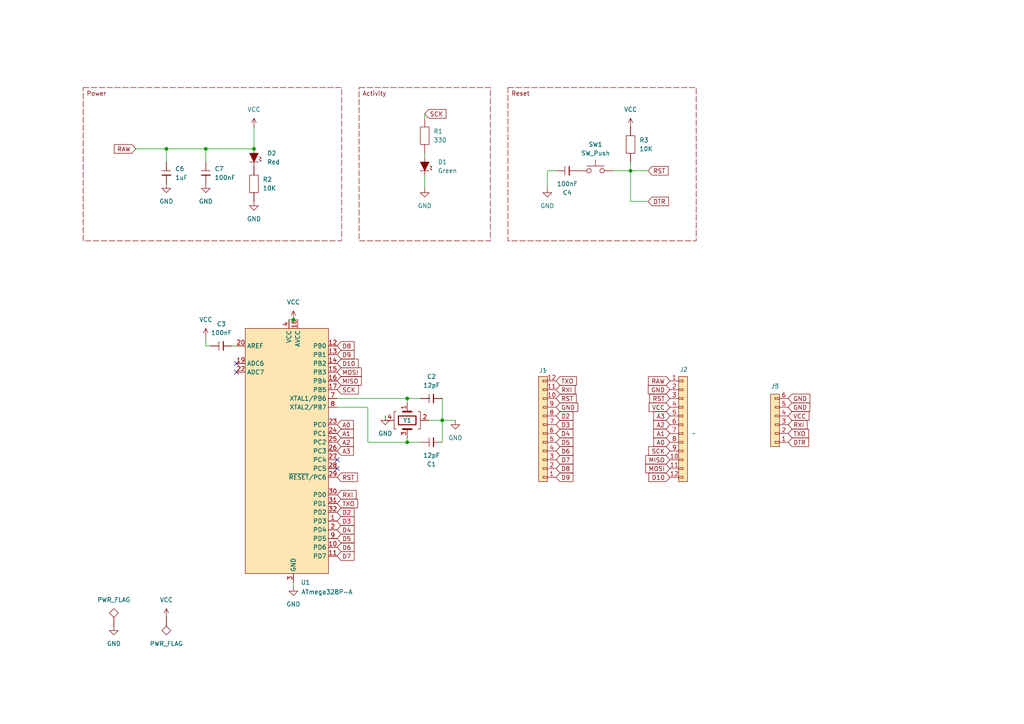
<source format=kicad_sch>
(kicad_sch (version 20250114) (generator "eeschema") (generator_version "9.0")
  (paper "A4")
  (title_block (title "maburnet") (company "42"))
  (lib_symbols
    (symbol "maburnet:ATmega328P-A"
      (property "Reference" "U" (at 3.048 -47.498 0))
      (property "Value" "ATmega328P-A" (at 9.652 -50.038 0))
      (symbol "ATmega328P-A_0_1"
        (polyline (pts (xy 0 27.94) (xy 0 27.94)))
      )
      (symbol "ATmega328P-A_1_1"
        (rectangle (start -13.97 25.4) (end 10.16 -45.72) (fill (type color) (color 253 230 177 1)))
        (pin passive line (at -16.51 20.32 0) (length 2.54) (name "AREF") (number "20"))
        (pin input line (at -16.51 15.24 0) (length 2.54) (name "ADC6") (number "19"))
        (pin input line (at -16.51 12.7 0) (length 2.54) (name "ADC7") (number "22"))
        (pin power_in line (at -1.27 27.94 270) (length 2.54) (name "VCC") (number "4"))
        (pin power_in line (at 0 -48.26 90) (length 2.54) (name "GND") (number "3"))
        (pin power_in line (at 1.27 27.94 270) (length 2.54) (name "AVCC") (number "18"))
        (pin bidirectional line (at 12.7 20.32 180) (length 2.54) (name "PB0") (number "12"))
        (pin bidirectional line (at 12.7 17.78 180) (length 2.54) (name "PB1") (number "13"))
        (pin bidirectional line (at 12.7 15.24 180) (length 2.54) (name "PB2") (number "14"))
        (pin bidirectional line (at 12.7 12.7 180) (length 2.54) (name "PB3") (number "15"))
        (pin bidirectional line (at 12.7 10.16 180) (length 2.54) (name "PB4") (number "16"))
        (pin bidirectional line (at 12.7 7.62 180) (length 2.54) (name "PB5") (number "17"))
        (pin bidirectional line (at 12.7 5.08 180) (length 2.54) (name "XTAL1/PB6") (number "7"))
        (pin bidirectional line (at 12.7 2.54 180) (length 2.54) (name "XTAL2/PB7") (number "8"))
        (pin bidirectional line (at 12.7 -2.54 180) (length 2.54) (name "PC0") (number "23"))
        (pin bidirectional line (at 12.7 -5.08 180) (length 2.54) (name "PC1") (number "24"))
        (pin bidirectional line (at 12.7 -7.62 180) (length 2.54) (name "PC2") (number "25"))
        (pin bidirectional line (at 12.7 -10.16 180) (length 2.54) (name "PC3") (number "26"))
        (pin bidirectional line (at 12.7 -12.7 180) (length 2.54) (name "PC4") (number "27"))
        (pin bidirectional line (at 12.7 -15.24 180) (length 2.54) (name "PC5") (number "28"))
        (pin bidirectional line (at 12.7 -17.78 180) (length 2.54) (name "~{RESET}/PC6") (number "29"))
        (pin bidirectional line (at 12.7 -22.86 180) (length 2.54) (name "PD0") (number "30"))
        (pin bidirectional line (at 12.7 -25.4 180) (length 2.54) (name "PD1") (number "31"))
        (pin bidirectional line (at 12.7 -27.94 180) (length 2.54) (name "PD2") (number "32"))
        (pin bidirectional line (at 12.7 -30.48 180) (length 2.54) (name "PD3") (number "1"))
        (pin bidirectional line (at 12.7 -33.02 180) (length 2.54) (name "PD4") (number "2"))
        (pin bidirectional line (at 12.7 -35.56 180) (length 2.54) (name "PD5") (number "9"))
        (pin bidirectional line (at 12.7 -38.1 180) (length 2.54) (name "PD6") (number "10"))
        (pin bidirectional line (at 12.7 -40.64 180) (length 2.54) (name "PD7") (number "11"))
      )
    )
    (symbol "maburnet:Capacitor" (pin_numbers (hide yes))
      (property "Reference" "C" (at 2.54 1.778 0))
      (symbol "Capacitor_0_1"
        (polyline (pts (xy -1.27 1.27) (xy 1.27 1.27)))
        (polyline (pts (xy -1.27 0) (xy 1.27 0)) (stroke (width 0.3)))
      )
      (symbol "Capacitor_1_1"
        (pin passive line (at 0 3.81 270) (length 2.54) (name "") (number "1"))
        (pin passive line (at 0 -2.54 90) (length 2.54) (name "") (number "2"))
      )
    )
    (symbol "maburnet:Crystal"
      (property "Reference" "Y" (at 0 0 0))
      (symbol "Crystal_1_1"
        (polyline (pts (xy -3.175 2.54) (xy -3.81 2.54) (xy -3.81 -2.54) (xy -3.175 -2.54)))
        (polyline (pts (xy -2.54 -1.27) (xy -2.54 1.27) (xy 2.54 1.27) (xy 2.54 -1.27) (xy -2.54 -1.27)) (stroke (width 0.3)))
        (polyline (pts (xy -1.27 2.54) (xy 1.27 2.54)) (stroke (width 0.5)))
        (polyline (pts (xy -1.27 -2.54) (xy 1.27 -2.54)) (stroke (width 0.5)))
        (polyline (pts (xy 3.175 2.54) (xy 3.81 2.54) (xy 3.81 -2.54) (xy 3.175 -2.54)))
        (pin passive line (at -6.35 0 0) (length 2.54) (name "") (number "4"))
        (pin passive line (at 0 5.08 270) (length 2.54) (name "") (number "1"))
        (pin passive line (at 0 -5.08 90) (length 2.54) (name "") (number "3"))
        (pin passive line (at 6.35 0 180) (length 2.54) (name "") (number "2"))
      )
    )
    (symbol "maburnet:GND" (power) (exclude_from_sim yes) (in_bom no) (on_board no)
      (property "Value" "GND" (at 0 -5.334 0))
      (symbol "GND_0_1"
        (polyline (pts (xy -1.27 -1.27) (xy 1.27 -1.27) (xy 0 -2.54) (xy -1.27 -1.27)))
        (polyline (pts (xy 0 -1.27) (xy 0 0)))
      )
      (symbol "GND_1_1"
        (pin power_in line (at 0 0 270) (length 0) (name "") (number ""))
      )
    )
    (symbol "maburnet:J1"
      (property "Reference" "J" (at -0.508 16.51 0))
      (property "Value" "1" (at 0.508 16.51 0))
      (symbol "J1_1_1"
        (rectangle (start -1.27 15.24) (end 1.27 -15.24) (fill (type color) (color 253 230 177 1)))
        (polyline (pts (xy 1.27 13.716) (xy 0 13.716) (xy 0 14.224) (xy 1.27 14.224)))
        (polyline (pts (xy 1.27 11.176) (xy 0 11.176) (xy 0 11.684) (xy 1.27 11.684)))
        (polyline (pts (xy 1.27 8.636) (xy 0 8.636) (xy 0 9.144) (xy 1.27 9.144)))
        (polyline (pts (xy 1.27 6.096) (xy 0 6.096) (xy 0 6.604) (xy 1.27 6.604)))
        (polyline (pts (xy 1.27 3.556) (xy 0 3.556) (xy 0 4.064) (xy 1.27 4.064)))
        (polyline (pts (xy 1.27 1.016) (xy 0 1.016) (xy 0 1.524) (xy 1.27 1.524)))
        (polyline (pts (xy 1.27 -1.524) (xy 0 -1.524) (xy 0 -1.016) (xy 1.27 -1.016)))
        (polyline (pts (xy 1.27 -4.064) (xy 0 -4.064) (xy 0 -3.556) (xy 1.27 -3.556)))
        (polyline (pts (xy 1.27 -6.604) (xy 0 -6.604) (xy 0 -6.096) (xy 1.27 -6.096)))
        (polyline (pts (xy 1.27 -9.144) (xy 0 -9.144) (xy 0 -8.636) (xy 1.27 -8.636)))
        (polyline (pts (xy 1.27 -11.684) (xy 0 -11.684) (xy 0 -11.176) (xy 1.27 -11.176)))
        (polyline (pts (xy 1.27 -14.224) (xy 0 -14.224) (xy 0 -13.716) (xy 1.27 -13.716)))
        (pin passive line (at 3.81 13.97 180) (length 2.54) (name "") (number "12"))
        (pin passive line (at 3.81 11.43 180) (length 2.54) (name "") (number "11"))
        (pin passive line (at 3.81 8.89 180) (length 2.54) (name "") (number "10"))
        (pin passive line (at 3.81 6.35 180) (length 2.54) (name "") (number "9"))
        (pin passive line (at 3.81 3.81 180) (length 2.54) (name "") (number "8"))
        (pin passive line (at 3.81 1.27 180) (length 2.54) (name "") (number "7"))
        (pin passive line (at 3.81 -1.27 180) (length 2.54) (name "") (number "6"))
        (pin passive line (at 3.81 -3.81 180) (length 2.54) (name "") (number "5"))
        (pin passive line (at 3.81 -6.35 180) (length 2.54) (name "") (number "4"))
        (pin passive line (at 3.81 -8.89 180) (length 2.54) (name "") (number "3"))
        (pin passive line (at 3.81 -11.43 180) (length 2.54) (name "") (number "2"))
        (pin passive line (at 3.81 -13.97 180) (length 2.54) (name "") (number "1"))
      )
    )
    (symbol "maburnet:J2"
      (property "Reference" "J" (at -0.508 17.018 0))
      (property "Value" "2" (at 0.508 17.018 0))
      (symbol "J2_1_1"
        (rectangle (start -1.27 15.24) (end 1.27 -15.24) (fill (type color) (color 253 230 177 1)))
        (polyline (pts (xy -1.27 14.224) (xy 0 14.224) (xy 0 13.716) (xy -1.27 13.716)))
        (polyline (pts (xy -1.27 11.684) (xy 0 11.684) (xy 0 11.176) (xy -1.27 11.176)))
        (polyline (pts (xy -1.27 9.144) (xy 0 9.144) (xy 0 8.636) (xy -1.27 8.636)))
        (polyline (pts (xy -1.27 6.604) (xy 0 6.604) (xy 0 6.096) (xy -1.27 6.096)))
        (polyline (pts (xy -1.27 4.064) (xy 0 4.064) (xy 0 3.556) (xy -1.27 3.556)))
        (polyline (pts (xy -1.27 1.524) (xy 0 1.524) (xy 0 1.016) (xy -1.27 1.016)))
        (polyline (pts (xy -1.27 -1.016) (xy 0 -1.016) (xy 0 -1.524) (xy -1.27 -1.524)))
        (polyline (pts (xy -1.27 -3.556) (xy 0 -3.556) (xy 0 -4.064) (xy -1.27 -4.064)))
        (polyline (pts (xy -1.27 -6.096) (xy 0 -6.096) (xy 0 -6.604) (xy -1.27 -6.604)))
        (polyline (pts (xy -1.27 -8.636) (xy 0 -8.636) (xy 0 -9.144) (xy -1.27 -9.144)))
        (polyline (pts (xy -1.27 -11.176) (xy 0 -11.176) (xy 0 -11.684) (xy -1.27 -11.684)))
        (polyline (pts (xy -1.27 -13.716) (xy 0 -13.716) (xy 0 -14.224) (xy -1.27 -14.224)))
        (pin passive line (at -3.81 13.97 0) (length 2.54) (name "") (number "1"))
        (pin passive line (at -3.81 11.43 0) (length 2.54) (name "") (number "2"))
        (pin passive line (at -3.81 8.89 0) (length 2.54) (name "") (number "3"))
        (pin passive line (at -3.81 6.35 0) (length 2.54) (name "") (number "4"))
        (pin passive line (at -3.81 3.81 0) (length 2.54) (name "") (number "5"))
        (pin passive line (at -3.81 1.27 0) (length 2.54) (name "") (number "6"))
        (pin passive line (at -3.81 -1.27 0) (length 2.54) (name "") (number "7"))
        (pin passive line (at -3.81 -3.81 0) (length 2.54) (name "") (number "8"))
        (pin passive line (at -3.81 -6.35 0) (length 2.54) (name "") (number "9"))
        (pin passive line (at -3.81 -8.89 0) (length 2.54) (name "") (number "10"))
        (pin passive line (at -3.81 -11.43 0) (length 2.54) (name "") (number "11"))
        (pin passive line (at -3.81 -13.97 0) (length 2.54) (name "") (number "12"))
      )
    )
    (symbol "maburnet:J3"
      (property "Reference" "J" (at -0.508 8.89 0))
      (property "Value" "3" (at 0.508 8.89 0))
      (symbol "J3_1_1"
        (rectangle (start -1.27 7.62) (end 1.27 -7.62) (fill (type color) (color 253 230 177 1)))
        (polyline (pts (xy 1.27 6.096) (xy 0 6.096) (xy 0 6.604) (xy 1.27 6.604)))
        (polyline (pts (xy 1.27 3.556) (xy 0 3.556) (xy 0 4.064) (xy 1.27 4.064)))
        (polyline (pts (xy 1.27 1.016) (xy 0 1.016) (xy 0 1.524) (xy 1.27 1.524)))
        (polyline (pts (xy 1.27 -1.524) (xy 0 -1.524) (xy 0 -1.016) (xy 1.27 -1.016)))
        (polyline (pts (xy 1.27 -4.064) (xy 0 -4.064) (xy 0 -3.556) (xy 1.27 -3.556)))
        (polyline (pts (xy 1.27 -6.604) (xy 0 -6.604) (xy 0 -6.096) (xy 1.27 -6.096)))
        (pin passive line (at 3.81 6.35 180) (length 2.54) (name "") (number "6"))
        (pin passive line (at 3.81 3.81 180) (length 2.54) (name "") (number "5"))
        (pin passive line (at 3.81 1.27 180) (length 2.54) (name "") (number "4"))
        (pin passive line (at 3.81 -1.27 180) (length 2.54) (name "") (number "3"))
        (pin passive line (at 3.81 -3.81 180) (length 2.54) (name "") (number "2"))
        (pin passive line (at 3.81 -6.35 180) (length 2.54) (name "") (number "1"))
      )
    )
    (symbol "maburnet:LED" (pin_numbers (hide yes))
      (property "Reference" "D" (at 2.54 2.794 0))
      (symbol "LED_0_1"
        (polyline (pts (xy -1.27 0) (xy 1.27 0)))
        (polyline (pts (xy 0 2.54) (xy 0 3.81)))
        (polyline (pts (xy 0 0) (xy 0 -1.27)))
        (polyline (pts (xy 1.524 1.524) (xy 2.032 1.016) (xy 2.032 1.27) (xy 2.032 1.016) (xy 1.778 1.016)))
        (polyline (pts (xy 1.524 0.762) (xy 2.032 0.254) (xy 2.032 0.508) (xy 2.032 0.254) (xy 1.778 0.254)))
      )
      (symbol "LED_1_1"
        (polyline (pts (xy -1.27 2.54) (xy 1.27 2.54) (xy 0 0) (xy -1.27 2.54)) (fill (type outline)))
        (pin passive line (at 0 3.81 270) (length 0) (name "") (number "1"))
        (pin passive line (at 0 -1.27 90) (length 0) (name "") (number "2"))
      )
    )
    (symbol "maburnet:PWR_FLAG" (power) (pin_numbers (hide yes)) (exclude_from_sim yes) (in_bom no) (on_board no)
      (property "Value" "PWR_FLAG" (at 0.254 8.382 0))
      (symbol "PWR_FLAG_0_1"
        (polyline (pts (xy 0 5.08) (xy -1.27 3.81) (xy 0 2.54) (xy 1.27 3.81) (xy 0 5.08)))
      )
      (symbol "PWR_FLAG_1_1"
        (pin power_out line (at 0 0 90) (length 2.54) (name "") (number "1"))
      )
    )
    (symbol "maburnet:Resistor" (pin_numbers (hide yes))
      (property "Reference" "R" (at 2.794 2.032 0))
      (symbol "Resistor_0_1"
        (polyline (pts (xy -1.27 2.54) (xy 1.27 2.54) (xy 1.27 -2.54) (xy -1.27 -2.54) (xy -1.27 2.54)))
      )
      (symbol "Resistor_1_1"
        (pin passive line (at 0 5.08 270) (length 2.54) (name "") (number "1"))
        (pin passive line (at 0 -5.08 90) (length 2.57) (name "") (number "2"))
      )
    )
    (symbol "maburnet:Switch" (pin_numbers (hide yes))
      (property "Reference" "SW" (at 0 6.35 0))
      (symbol "Switch_0_1"
        (circle (center -1.905 0) (radius 0.635))
        (polyline (pts (xy 0 1.397) (xy 0 3.175)))
        (circle (center 1.905 0) (radius 0.635))
        (polyline (pts (xy 2.54 1.397) (xy -2.54 1.397)))
      )
      (symbol "Switch_1_1"
        (pin passive line (at -5.08 0 0) (length 2.57) (name "") (number "1"))
        (pin passive line (at 5.08 0 180) (length 2.54) (name "") (number "2"))
      )
    )
    (symbol "maburnet:VCC" (power) (exclude_from_sim yes) (in_bom no) (on_board no)
      (property "Value" "VCC" (at 0 5.588 0))
      (symbol "VCC_0_1"
        (polyline (pts (xy 0 0) (xy 0 2.54) (xy 0.635 1.27) (xy 0 2.54) (xy -0.635 1.27)))
      )
      (symbol "VCC_1_1"
        (pin power_in line (at 0 0 90) (length 0) (name "") (number ""))
      )
    )
  )
  (text_box "Reset" (at 147.32 25.4 0) (size 54.61 44.45) (margins 0.9525 0.9525 0.9525 0.9525) (stroke (width 0) (type dash) (color 132 0 0 1)) (effects (font (size 1.27 1.27)) (justify left top)))
  (text_box "Activity\n" (at 104.14 25.4 0) (size 38.1 44.45) (margins 0.9525 0.9525 0.9525 0.9525) (stroke (width 0) (type dash) (color 132 0 0 1)) (effects (font (size 1.27 1.27)) (justify left top)))
  (text_box "Power\n" (at 24.13 25.4 0) (size 74.93 44.45) (margins 0.9525 0.9525 0.9525 0.9525) (stroke (width 0) (type dash) (color 132 0 0 1)) (effects (font (size 1.27 1.27)) (justify left top)))
  (junction (at 59.69 43.18))
  (junction (at 73.66 43.18))
  (junction (at 182.88 49.53))
  (junction (at 118.11 128.27))
  (junction (at 128.27 121.92))
  (junction (at 48.26 43.18))
  (junction (at 118.11 115.57))
  (junction (at 85.09 92.71))
  (no_connect (at 97.79 135.89))
  (no_connect (at 68.58 105.41))
  (no_connect (at 97.79 133.35))
  (no_connect (at 68.58 107.95))
  (wire (pts (xy 118.11 115.57) (xy 118.11 116.84)))
  (wire (pts (xy 118.11 115.57) (xy 121.92 115.57)))
  (wire (pts (xy 85.09 92.71) (xy 86.36 92.71)))
  (wire (pts (xy 182.88 46.99) (xy 182.88 49.53)))
  (wire (pts (xy 118.11 128.27) (xy 121.92 128.27)))
  (wire (pts (xy 128.27 115.57) (xy 128.27 121.92)))
  (wire (pts (xy 158.75 49.53) (xy 158.75 54.61)))
  (wire (pts (xy 182.88 49.53) (xy 182.88 58.42)))
  (wire (pts (xy 182.88 58.42) (xy 187.96 58.42)))
  (wire (pts (xy 97.79 118.11) (xy 106.68 118.11)))
  (wire (pts (xy 39.37 43.18) (xy 48.26 43.18)))
  (wire (pts (xy 97.79 115.57) (xy 118.11 115.57)))
  (wire (pts (xy 48.26 43.18) (xy 59.69 43.18)))
  (wire (pts (xy 123.19 45.72) (xy 123.19 44.45)))
  (wire (pts (xy 85.09 168.91) (xy 85.09 170.18)))
  (wire (pts (xy 124.46 121.92) (xy 128.27 121.92)))
  (wire (pts (xy 158.75 49.53) (xy 161.29 49.53)))
  (wire (pts (xy 106.68 118.11) (xy 106.68 128.27)))
  (wire (pts (xy 182.88 49.53) (xy 187.96 49.53)))
  (wire (pts (xy 59.69 100.33) (xy 59.69 97.79)))
  (wire (pts (xy 67.31 100.33) (xy 68.58 100.33)))
  (wire (pts (xy 59.69 43.18) (xy 59.69 46.99)))
  (wire (pts (xy 128.27 121.92) (xy 132.08 121.92)))
  (wire (pts (xy 106.68 128.27) (xy 118.11 128.27)))
  (wire (pts (xy 177.8 49.53) (xy 182.88 49.53)))
  (wire (pts (xy 48.26 43.18) (xy 48.26 46.99)))
  (wire (pts (xy 111.76 121.92) (xy 111.76 120.65)))
  (wire (pts (xy 118.11 127) (xy 118.11 128.27)))
  (wire (pts (xy 83.82 92.71) (xy 85.09 92.71)))
  (wire (pts (xy 128.27 121.92) (xy 128.27 128.27)))
  (wire (pts (xy 59.69 43.18) (xy 73.66 43.18)))
  (wire (pts (xy 60.96 100.33) (xy 59.69 100.33)))
  (wire (pts (xy 73.66 36.83) (xy 73.66 43.18)))
  (wire (pts (xy 123.19 50.8) (xy 123.19 54.61)))
  (wire (pts (xy 123.19 34.29) (xy 123.19 33.02)))
  (global_label "A3" (shape input) (at 194.31 120.65 180) (property "Intersheetrefs" "${INTERSHEET_REFS}" (effects (hide yes))))
  (global_label "MOSI" (shape input) (at 97.79 107.95 0) (property "Intersheetrefs" "${INTERSHEET_REFS}" (effects (hide yes))))
  (global_label "SCK" (shape input) (at 97.79 113.03 0) (property "Intersheetrefs" "${INTERSHEET_REFS}" (effects (hide yes))))
  (global_label "RST" (shape input) (at 194.31 115.57 180) (property "Intersheetrefs" "${INTERSHEET_REFS}" (effects (hide yes))))
  (global_label "SCK" (shape input) (at 194.31 130.81 180) (property "Intersheetrefs" "${INTERSHEET_REFS}" (effects (hide yes))))
  (global_label "A0" (shape input) (at 97.79 123.19 0) (property "Intersheetrefs" "${INTERSHEET_REFS}" (effects (hide yes))))
  (global_label "D5" (shape input) (at 97.79 156.21 0) (property "Intersheetrefs" "${INTERSHEET_REFS}" (effects (hide yes))))
  (global_label "RST" (shape input) (at 97.79 138.43 0) (property "Intersheetrefs" "${INTERSHEET_REFS}" (effects (hide yes))))
  (global_label "GND" (shape input) (at 228.6 118.11 0) (property "Intersheetrefs" "${INTERSHEET_REFS}" (effects (hide yes))))
  (global_label "D3" (shape input) (at 161.29 123.19 0) (property "Intersheetrefs" "${INTERSHEET_REFS}" (effects (hide yes))))
  (global_label "D8" (shape input) (at 161.29 135.89 0) (property "Intersheetrefs" "${INTERSHEET_REFS}" (effects (hide yes))))
  (global_label "D2" (shape input) (at 161.29 120.65 0) (property "Intersheetrefs" "${INTERSHEET_REFS}" (effects (hide yes))))
  (global_label "A0" (shape input) (at 194.31 128.27 180) (property "Intersheetrefs" "${INTERSHEET_REFS}" (effects (hide yes))))
  (global_label "D4" (shape input) (at 97.79 153.67 0) (property "Intersheetrefs" "${INTERSHEET_REFS}" (effects (hide yes))))
  (global_label "VCC" (shape input) (at 194.31 118.11 180) (property "Intersheetrefs" "${INTERSHEET_REFS}" (effects (hide yes))))
  (global_label "GND" (shape input) (at 161.29 118.11 0) (property "Intersheetrefs" "${INTERSHEET_REFS}" (effects (hide yes))))
  (global_label "GND" (shape input) (at 228.6 115.57 0) (property "Intersheetrefs" "${INTERSHEET_REFS}" (effects (hide yes))))
  (global_label "D4" (shape input) (at 161.29 125.73 0) (property "Intersheetrefs" "${INTERSHEET_REFS}" (effects (hide yes))))
  (global_label "A2" (shape input) (at 194.31 123.19 180) (property "Intersheetrefs" "${INTERSHEET_REFS}" (effects (hide yes))))
  (global_label "MISO" (shape input) (at 97.79 110.49 0) (property "Intersheetrefs" "${INTERSHEET_REFS}" (effects (hide yes))))
  (global_label "D6" (shape input) (at 97.79 158.75 0) (property "Intersheetrefs" "${INTERSHEET_REFS}" (effects (hide yes))))
  (global_label "GND" (shape input) (at 194.31 113.03 180) (property "Intersheetrefs" "${INTERSHEET_REFS}" (effects (hide yes))))
  (global_label "DTR" (shape input) (at 187.96 58.42 0) (property "Intersheetrefs" "${INTERSHEET_REFS}" (effects (hide yes))))
  (global_label "SCK" (shape input) (at 123.19 33.02 0) (property "Intersheetrefs" "${INTERSHEET_REFS}" (effects (hide yes))))
  (global_label "RAW" (shape input) (at 39.37 43.18 180) (property "Intersheetrefs" "${INTERSHEET_REFS}" (effects (hide yes))))
  (global_label "D9" (shape input) (at 161.29 138.43 0) (property "Intersheetrefs" "${INTERSHEET_REFS}" (effects (hide yes))))
  (global_label "RXI" (shape input) (at 97.79 143.51 0) (property "Intersheetrefs" "${INTERSHEET_REFS}" (effects (hide yes))))
  (global_label "VCC" (shape input) (at 228.6 120.65 0) (property "Intersheetrefs" "${INTERSHEET_REFS}" (effects (hide yes))))
  (global_label "RXI" (shape input) (at 161.29 113.03 0) (property "Intersheetrefs" "${INTERSHEET_REFS}" (effects (hide yes))))
  (global_label "DTR" (shape input) (at 228.6 128.27 0) (property "Intersheetrefs" "${INTERSHEET_REFS}" (effects (hide yes))))
  (global_label "D6" (shape input) (at 161.29 130.81 0) (property "Intersheetrefs" "${INTERSHEET_REFS}" (effects (hide yes))))
  (global_label "D7" (shape input) (at 161.29 133.35 0) (property "Intersheetrefs" "${INTERSHEET_REFS}" (effects (hide yes))))
  (global_label "TXO" (shape input) (at 161.29 110.49 0) (property "Intersheetrefs" "${INTERSHEET_REFS}" (effects (hide yes))))
  (global_label "TXO" (shape input) (at 97.79 146.05 0) (property "Intersheetrefs" "${INTERSHEET_REFS}" (effects (hide yes))))
  (global_label "D2" (shape input) (at 97.79 148.59 0) (property "Intersheetrefs" "${INTERSHEET_REFS}" (effects (hide yes))))
  (global_label "MOSI" (shape input) (at 194.31 135.89 180) (property "Intersheetrefs" "${INTERSHEET_REFS}" (effects (hide yes))))
  (global_label "D10" (shape input) (at 97.79 105.41 0) (property "Intersheetrefs" "${INTERSHEET_REFS}" (effects (hide yes))))
  (global_label "TXO" (shape input) (at 228.6 125.73 0) (property "Intersheetrefs" "${INTERSHEET_REFS}" (effects (hide yes))))
  (global_label "RAW" (shape input) (at 194.31 110.49 180) (property "Intersheetrefs" "${INTERSHEET_REFS}" (effects (hide yes))))
  (global_label "RXI" (shape input) (at 228.6 123.19 0) (property "Intersheetrefs" "${INTERSHEET_REFS}" (effects (hide yes))))
  (global_label "D3" (shape input) (at 97.79 151.13 0) (property "Intersheetrefs" "${INTERSHEET_REFS}" (effects (hide yes))))
  (global_label "D8" (shape input) (at 97.79 100.33 0) (property "Intersheetrefs" "${INTERSHEET_REFS}" (effects (hide yes))))
  (global_label "RST" (shape input) (at 187.96 49.53 0) (property "Intersheetrefs" "${INTERSHEET_REFS}" (effects (hide yes))))
  (global_label "A2" (shape input) (at 97.79 128.27 0) (property "Intersheetrefs" "${INTERSHEET_REFS}" (effects (hide yes))))
  (global_label "MISO" (shape input) (at 194.31 133.35 180) (property "Intersheetrefs" "${INTERSHEET_REFS}" (effects (hide yes))))
  (global_label "D10" (shape input) (at 194.31 138.43 180) (property "Intersheetrefs" "${INTERSHEET_REFS}" (effects (hide yes))))
  (global_label "RST" (shape input) (at 161.29 115.57 0) (property "Intersheetrefs" "${INTERSHEET_REFS}" (effects (hide yes))))
  (global_label "D7" (shape input) (at 97.79 161.29 0) (property "Intersheetrefs" "${INTERSHEET_REFS}" (effects (hide yes))))
  (global_label "A1" (shape input) (at 97.79 125.73 0) (property "Intersheetrefs" "${INTERSHEET_REFS}" (effects (hide yes))))
  (global_label "D5" (shape input) (at 161.29 128.27 0) (property "Intersheetrefs" "${INTERSHEET_REFS}" (effects (hide yes))))
  (global_label "D9" (shape input) (at 97.79 102.87 0) (property "Intersheetrefs" "${INTERSHEET_REFS}" (effects (hide yes))))
  (global_label "A1" (shape input) (at 194.31 125.73 180) (property "Intersheetrefs" "${INTERSHEET_REFS}" (effects (hide yes))))
  (global_label "A3" (shape input) (at 97.79 130.81 0) (property "Intersheetrefs" "${INTERSHEET_REFS}" (effects (hide yes))))
  (symbol (lib_id "maburnet:GND") (at 132.08 121.92 0) (unit 1) (exclude_from_sim yes) (in_bom no) (on_board no)
    (property "Reference" "#GND07" (effects (hide yes)))
    (property "Value" "GND" (at 132.08 127 0))
  )
  (symbol (lib_id "maburnet:PWR_FLAG") (at 33.02 181.61 0) (unit 1) (exclude_from_sim yes) (in_bom no) (on_board no)
    (property "Reference" "#PWR_FLAG01" (effects (hide yes)))
    (property "Value" "PWR_FLAG" (at 33.02 173.99 0))
  )
  (symbol (lib_id "maburnet:Switch") (at 172.72 49.53 0) (unit 1)
    (property "Reference" "SW1" (at 172.72 41.91 0))
    (property "Value" "SW_Push" (at 172.72 44.45 0))
    (property "Footprint" "maburnet:Switch SMD" (effects (hide yes)))
  )
  (symbol (lib_id "maburnet:VCC") (at 73.66 36.83 0) (unit 1) (exclude_from_sim yes) (in_bom no) (on_board no)
    (property "Reference" "#VCC01" (effects (hide yes)))
    (property "Value" "VCC" (at 73.66 31.75 0))
  )
  (symbol (lib_id "maburnet:VCC") (at 182.88 36.83 0) (unit 1) (exclude_from_sim yes) (in_bom no) (on_board no)
    (property "Reference" "#VCC02" (effects (hide yes)))
    (property "Value" "VCC" (at 182.88 31.75 0))
  )
  (symbol (lib_id "maburnet:LED") (at 73.66 46.99 0) (unit 1)
    (property "Reference" "D2" (at 77.47 44.4499 0) (effects (justify left)))
    (property "Value" "Red" (at 77.47 46.9899 0) (effects (justify left)))
    (property "Footprint" "maburnet:LED Red SMD" (effects (hide yes)))
  )
  (symbol (lib_id "maburnet:GND") (at 158.75 54.61 0) (unit 1) (exclude_from_sim yes) (in_bom no) (on_board no)
    (property "Reference" "#GND05" (effects (hide yes)))
    (property "Value" "GND" (at 158.75 59.69 0))
  )
  (symbol (lib_id "maburnet:J3") (at 224.79 121.92 0) (unit 1)
    (property "Reference" "J3" (at 224.79 112.014 0))
    (property "Value" "~" (at 224.79 111.76 0))
    (property "Footprint" "maburnet:J3 THT" (effects (hide yes)))
  )
  (symbol (lib_id "maburnet:GND") (at 73.66 58.42 0) (unit 1) (exclude_from_sim yes) (in_bom no) (on_board no)
    (property "Reference" "#GND03" (effects (hide yes)))
    (property "Value" "GND" (at 73.66 63.5 0))
  )
  (symbol (lib_id "maburnet:Resistor") (at 182.88 41.91 0) (unit 1)
    (property "Reference" "R3" (at 185.42 40.6399 0) (effects (justify left)))
    (property "Value" "10K" (at 185.42 43.1799 0) (effects (justify left)))
    (property "Footprint" "maburnet:R SMD" (effects (hide yes)))
  )
  (symbol (lib_id "maburnet:Resistor") (at 73.66 53.34 0) (unit 1)
    (property "Reference" "R2" (at 76.2 52.0699 0) (effects (justify left)))
    (property "Value" "10K" (at 76.2 54.6099 0) (effects (justify left)))
    (property "Footprint" "maburnet:R SMD" (effects (hide yes)))
  )
  (symbol (lib_id "maburnet:VCC") (at 85.09 92.71 0) (unit 1) (exclude_from_sim yes) (in_bom no) (on_board no)
    (property "Reference" "#VCC03" (effects (hide yes)))
    (property "Value" "VCC" (at 85.09 87.63 0))
  )
  (symbol (lib_id "maburnet:J1") (at 157.48 124.46 0) (unit 1)
    (property "Reference" "J1" (at 157.48 107.442 0))
    (property "Value" "~" (at 158.242 107.442 0))
    (property "Footprint" "maburnet:J1 THT" (effects (hide yes)))
  )
  (symbol (lib_id "maburnet:Capacitor") (at 48.26 50.8 0) (unit 1)
    (property "Reference" "C6" (at 50.8 48.9699 0) (effects (justify left)))
    (property "Value" "1uF" (at 50.8 51.5099 0) (effects (justify left)))
    (property "Footprint" "maburnet:C SMD" (effects (hide yes)))
  )
  (symbol (lib_id "maburnet:Capacitor") (at 165.1 49.53 90) (mirror x) (unit 1)
    (property "Reference" "C4" (at 164.54 55.88 90))
    (property "Value" "100nF" (at 164.54 53.34 90))
    (property "Footprint" "maburnet:C SMD" (effects (hide yes)))
  )
  (symbol (lib_id "maburnet:LED") (at 123.19 49.53 0) (unit 1)
    (property "Reference" "D1" (at 127 46.9899 0) (effects (justify left)))
    (property "Value" "Green" (at 127 49.5299 0) (effects (justify left)))
    (property "Footprint" "maburnet:LED Green SMD" (effects (hide yes)))
  )
  (symbol (lib_id "maburnet:GND") (at 33.02 181.61 0) (unit 1) (exclude_from_sim yes) (in_bom no) (on_board no)
    (property "Reference" "#GND09" (effects (hide yes)))
    (property "Value" "GND" (at 33.02 186.69 0))
  )
  (symbol (lib_id "maburnet:Capacitor") (at 59.69 50.8 0) (unit 1)
    (property "Reference" "C7" (at 62.23 48.9699 0) (effects (justify left)))
    (property "Value" "100nF" (at 62.23 51.5099 0) (effects (justify left)))
    (property "Footprint" "maburnet:C SMD" (effects (hide yes)))
  )
  (symbol (lib_id "maburnet:GND") (at 111.76 120.65 0) (unit 1) (exclude_from_sim yes) (in_bom no) (on_board no)
    (property "Reference" "#GND08" (effects (hide yes)))
    (property "Value" "GND" (at 111.76 125.73 0))
  )
  (symbol (lib_id "maburnet:GND") (at 59.69 53.34 0) (unit 1) (exclude_from_sim yes) (in_bom no) (on_board no)
    (property "Reference" "#GND02" (effects (hide yes)))
    (property "Value" "GND" (at 59.69 58.42 0))
  )
  (symbol (lib_id "maburnet:Capacitor") (at 64.77 100.33 90) (unit 1)
    (property "Reference" "C3" (at 64.21 93.98 90))
    (property "Value" "100nF" (at 64.21 96.52 90))
    (property "Footprint" "maburnet:C SMD" (effects (hide yes)))
  )
  (symbol (lib_id "maburnet:VCC") (at 59.69 97.79 0) (unit 1) (exclude_from_sim yes) (in_bom no) (on_board no)
    (property "Reference" "#VCC04" (effects (hide yes)))
    (property "Value" "VCC" (at 59.69 92.71 0))
  )
  (symbol (lib_id "maburnet:GND") (at 85.09 170.18 0) (unit 1) (exclude_from_sim yes) (in_bom no) (on_board no)
    (property "Reference" "#GND06" (effects (hide yes)))
    (property "Value" "GND" (at 85.09 175.26 0))
  )
  (symbol (lib_id "maburnet:GND") (at 123.19 54.61 0) (unit 1) (exclude_from_sim yes) (in_bom no) (on_board no)
    (property "Reference" "#GND04" (effects (hide yes)))
    (property "Value" "GND" (at 123.19 59.69 0))
  )
  (symbol (lib_id "maburnet:GND") (at 48.26 53.34 0) (unit 1) (exclude_from_sim yes) (in_bom no) (on_board no)
    (property "Reference" "#GND01" (effects (hide yes)))
    (property "Value" "GND" (at 48.26 58.42 0))
  )
  (symbol (lib_id "maburnet:Capacitor") (at 125.73 128.27 90) (mirror x) (unit 1)
    (property "Reference" "C1" (at 125.17 134.62 90))
    (property "Value" "12pF" (at 125.17 132.08 90))
    (property "Footprint" "maburnet:C SMD" (effects (hide yes)))
  )
  (symbol (lib_id "maburnet:Resistor") (at 123.19 39.37 0) (unit 1)
    (property "Reference" "R1" (at 125.73 38.0999 0) (effects (justify left)))
    (property "Value" "330" (at 125.73 40.6399 0) (effects (justify left)))
    (property "Footprint" "maburnet:R SMD" (effects (hide yes)))
  )
  (symbol (lib_id "maburnet:Crystal") (at 118.11 121.92 0) (unit 1)
    (property "Reference" "Y1" (at 118.11 121.92 0))
    (property "Value" "~" (at 124.46 115.4998 0))
    (property "Footprint" "maburnet:Crystal SMD" (effects (hide yes)))
  )
  (symbol (lib_id "maburnet:Capacitor") (at 125.73 115.57 90) (unit 1)
    (property "Reference" "C2" (at 125.17 109.22 90))
    (property "Value" "12pF" (at 125.17 111.76 90))
    (property "Footprint" "maburnet:C SMD" (effects (hide yes)))
  )
  (symbol (lib_id "maburnet:J2") (at 198.12 124.46 0) (unit 1)
    (property "Reference" "J2" (at 197.104 107.188 0) (effects (justify left)))
    (property "Value" "~" (at 200.66 125.7299 0) (effects (justify left)))
    (property "Footprint" "maburnet:J2 THT" (effects (hide yes)))
  )
  (symbol (lib_id "maburnet:VCC") (at 48.26 179.07 0) (unit 1) (exclude_from_sim yes) (in_bom no) (on_board no)
    (property "Reference" "#VCC05" (effects (hide yes)))
    (property "Value" "VCC" (at 48.26 173.99 0))
  )
  (symbol (lib_id "maburnet:PWR_FLAG") (at 48.26 179.07 180) (unit 1) (exclude_from_sim yes) (in_bom no) (on_board no)
    (property "Reference" "#PWR_FLAG02" (effects (hide yes)))
    (property "Value" "PWR_FLAG" (at 48.26 186.69 0))
  )
  (symbol (lib_id "maburnet:ATmega328P-A") (at 85.09 120.65 0) (unit 1)
    (property "Reference" "U1" (at 87.2333 168.91 0) (effects (justify left)))
    (property "Value" "ATmega328P-A" (at 87.376 171.704 0) (effects (justify left)))
    (property "Footprint" "maburnet:ATMEGA328P-AU" (effects (hide yes)))
  )
)
</source>
